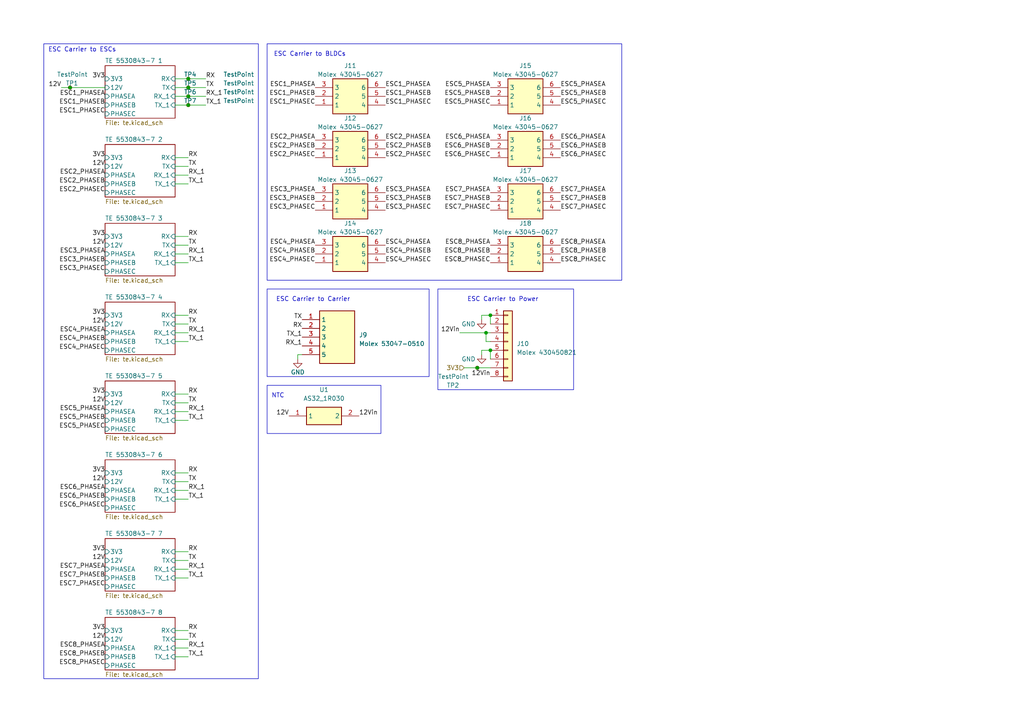
<source format=kicad_sch>
(kicad_sch (version 20230409) (generator eeschema)
  (paper "A4")
  (title_block (title "MUREX ESC Carrier Board") (date "2023-07-20") (rev "V1.0") (comment 1 "MUREX Robotics [Celine Zhang]") (comment 2 "//DREAM BIG. DREAM MUREX.") (comment 3 "in the event of a speed controller failure.") (comment 4 "The MUREX ESC Carrier board is designed for rapid replacement of components"))
  (lib_symbols
    (symbol "43045-0627:43045-0627"
      (property "Reference" "J" (at 16.51 7.62 0))
      (property "Value" "43045-0627" (at 16.51 5.08 0))
      (symbol "43045-0627_1_1"
        (rectangle (start 5.08 2.54) (end 15.24 -7.62) (stroke (width 0.254)) (fill (type background)))
        (pin passive line (at 0 -5.08 0) (length 5.08) (name "1") (number "1"))
        (pin passive line (at 0 -2.54 0) (length 5.08) (name "2") (number "2"))
        (pin passive line (at 0 0 0) (length 5.08) (name "3") (number "3"))
        (pin passive line (at 20.32 -5.08 180) (length 5.08) (name "4") (number "4"))
        (pin passive line (at 20.32 -2.54 180) (length 5.08) (name "5") (number "5"))
        (pin passive line (at 20.32 0 180) (length 5.08) (name "6") (number "6"))
      )
    )
    (symbol "53047-0510:53047-0510"
      (property "Reference" "J" (at 16.51 7.62 0))
      (property "Value" "53047-0510" (at 16.51 5.08 0))
      (symbol "53047-0510_1_1"
        (rectangle (start 5.08 2.54) (end 15.24 -12.7) (stroke (width 0.254)) (fill (type background)))
        (pin passive line (at 0 0 0) (length 5.08) (name "1") (number "1"))
        (pin passive line (at 0 -2.54 0) (length 5.08) (name "2") (number "2"))
        (pin passive line (at 0 -5.08 0) (length 5.08) (name "3") (number "3"))
        (pin passive line (at 0 -7.62 0) (length 5.08) (name "4") (number "4"))
        (pin passive line (at 0 -10.16 0) (length 5.08) (name "5") (number "5"))
      )
    )
    (symbol "AS32_1R030:AS32_1R030"
      (property "Reference" "U" (at 16.51 7.62 0))
      (property "Value" "AS32_1R030" (at 16.51 5.08 0))
      (symbol "AS32_1R030_1_1"
        (rectangle (start 5.08 2.54) (end 15.24 -2.54) (stroke (width 0.254)) (fill (type background)))
        (pin passive line (at 0 0 0) (length 5.08) (name "1") (number "1"))
        (pin passive line (at 20.32 0 180) (length 5.08) (name "2") (number "2"))
      )
    )
    (symbol "Connector:TestPoint_Small" (pin_numbers hide) (pin_names (offset 0.762) hide)
      (property "Reference" "TP" (at 0 3.81 0))
      (property "Value" "TestPoint_Small" (at 0 2.032 0))
      (symbol "TestPoint_Small_0_1"
        (circle (center 0 0) (radius 0.508))
      )
      (symbol "TestPoint_Small_1_1"
        (pin passive line (at 0 0 90) (length 0) (name "1") (number "1"))
      )
    )
    (symbol "Connector_Generic:Conn_01x08" (pin_names (offset 1.016) hide)
      (property "Reference" "J" (at 0 10.16 0))
      (property "Value" "Conn_01x08" (at 0 -12.7 0))
      (symbol "Conn_01x08_1_1"
        (rectangle (start -1.27 -10.033) (end 0 -10.287) (stroke (width 0.1524)))
        (rectangle (start -1.27 -7.493) (end 0 -7.747) (stroke (width 0.1524)))
        (rectangle (start -1.27 -4.953) (end 0 -5.207) (stroke (width 0.1524)))
        (rectangle (start -1.27 -2.413) (end 0 -2.667) (stroke (width 0.1524)))
        (rectangle (start -1.27 0.127) (end 0 -0.127) (stroke (width 0.1524)))
        (rectangle (start -1.27 2.667) (end 0 2.413) (stroke (width 0.1524)))
        (rectangle (start -1.27 5.207) (end 0 4.953) (stroke (width 0.1524)))
        (rectangle (start -1.27 7.747) (end 0 7.493) (stroke (width 0.1524)))
        (rectangle (start -1.27 8.89) (end 1.27 -11.43) (stroke (width 0.254)) (fill (type background)))
        (pin passive line (at -5.08 7.62 0) (length 3.81) (name "Pin_1") (number "1"))
        (pin passive line (at -5.08 5.08 0) (length 3.81) (name "Pin_2") (number "2"))
        (pin passive line (at -5.08 2.54 0) (length 3.81) (name "Pin_3") (number "3"))
        (pin passive line (at -5.08 0 0) (length 3.81) (name "Pin_4") (number "4"))
        (pin passive line (at -5.08 -2.54 0) (length 3.81) (name "Pin_5") (number "5"))
        (pin passive line (at -5.08 -5.08 0) (length 3.81) (name "Pin_6") (number "6"))
        (pin passive line (at -5.08 -7.62 0) (length 3.81) (name "Pin_7") (number "7"))
        (pin passive line (at -5.08 -10.16 0) (length 3.81) (name "Pin_8") (number "8"))
      )
    )
    (symbol "power:GND" (power) (pin_names (offset 0))
      (property "Value" "GND" (at 0 -3.81 0))
      (symbol "GND_0_1"
        (polyline (pts (xy 0 0) (xy 0 -1.27) (xy 1.27 -1.27) (xy 0 -2.54) (xy -1.27 -1.27) (xy 0 -1.27)))
      )
      (symbol "GND_1_1"
        (pin power_in line (at 0 0 270) (length 0) hide (name "GND") (number "1"))
      )
    )
  )
  (junction (at 142.24 101.6))
  (junction (at 20.32 25.4))
  (junction (at 142.24 91.44))
  (junction (at 54.61 27.94))
  (junction (at 138.43 106.68))
  (junction (at 54.61 30.48))
  (junction (at 54.61 22.86))
  (junction (at 140.97 96.52))
  (junction (at 54.61 25.4))
  (wire (pts (xy 50.8 68.58) (xy 54.61 68.58)))
  (wire (pts (xy 50.8 139.7) (xy 54.61 139.7)))
  (wire (pts (xy 54.61 25.4) (xy 59.69 25.4)))
  (wire (pts (xy 50.8 27.94) (xy 54.61 27.94)))
  (wire (pts (xy 54.61 27.94) (xy 59.69 27.94)))
  (wire (pts (xy 142.24 96.52) (xy 140.97 96.52)))
  (wire (pts (xy 138.43 106.68) (xy 142.24 106.68)))
  (wire (pts (xy 140.97 99.06) (xy 142.24 99.06)))
  (wire (pts (xy 50.8 182.88) (xy 54.61 182.88)))
  (wire (pts (xy 50.8 187.96) (xy 54.61 187.96)))
  (wire (pts (xy 50.8 190.5) (xy 54.61 190.5)))
  (wire (pts (xy 20.32 25.4) (xy 30.48 25.4)))
  (wire (pts (xy 50.8 142.24) (xy 54.61 142.24)))
  (wire (pts (xy 142.24 101.6) (xy 142.24 104.14)))
  (wire (pts (xy 142.24 101.6) (xy 139.7 101.6)))
  (wire (pts (xy 50.8 93.98) (xy 54.61 93.98)))
  (wire (pts (xy 139.7 91.44) (xy 139.7 92.71)))
  (wire (pts (xy 50.8 116.84) (xy 54.61 116.84)))
  (wire (pts (xy 50.8 25.4) (xy 54.61 25.4)))
  (wire (pts (xy 50.8 53.34) (xy 54.61 53.34)))
  (wire (pts (xy 50.8 144.78) (xy 54.61 144.78)))
  (wire (pts (xy 54.61 22.86) (xy 59.69 22.86)))
  (wire (pts (xy 50.8 114.3) (xy 54.61 114.3)))
  (wire (pts (xy 50.8 48.26) (xy 54.61 48.26)))
  (wire (pts (xy 50.8 137.16) (xy 54.61 137.16)))
  (wire (pts (xy 50.8 22.86) (xy 54.61 22.86)))
  (wire (pts (xy 17.78 25.4) (xy 20.32 25.4)))
  (wire (pts (xy 50.8 165.1) (xy 54.61 165.1)))
  (wire (pts (xy 142.24 91.44) (xy 139.7 91.44)))
  (wire (pts (xy 50.8 99.06) (xy 54.61 99.06)))
  (wire (pts (xy 139.7 101.6) (xy 139.7 102.87)))
  (wire (pts (xy 50.8 50.8) (xy 54.61 50.8)))
  (wire (pts (xy 142.24 91.44) (xy 142.24 93.98)))
  (wire (pts (xy 50.8 162.56) (xy 54.61 162.56)))
  (wire (pts (xy 50.8 167.64) (xy 54.61 167.64)))
  (wire (pts (xy 50.8 71.12) (xy 54.61 71.12)))
  (wire (pts (xy 54.61 30.48) (xy 59.69 30.48)))
  (wire (pts (xy 87.63 102.87) (xy 86.36 102.87)))
  (wire (pts (xy 50.8 30.48) (xy 54.61 30.48)))
  (wire (pts (xy 50.8 121.92) (xy 54.61 121.92)))
  (wire (pts (xy 50.8 185.42) (xy 54.61 185.42)))
  (wire (pts (xy 134.62 106.68) (xy 138.43 106.68)))
  (wire (pts (xy 86.36 102.87) (xy 86.36 104.14)))
  (wire (pts (xy 50.8 119.38) (xy 54.61 119.38)))
  (wire (pts (xy 50.8 91.44) (xy 54.61 91.44)))
  (wire (pts (xy 50.8 76.2) (xy 54.61 76.2)))
  (wire (pts (xy 50.8 160.02) (xy 54.61 160.02)))
  (wire (pts (xy 50.8 73.66) (xy 54.61 73.66)))
  (wire (pts (xy 140.97 96.52) (xy 140.97 99.06)))
  (wire (pts (xy 50.8 45.72) (xy 54.61 45.72)))
  (wire (pts (xy 133.35 96.52) (xy 140.97 96.52)))
  (wire (pts (xy 50.8 96.52) (xy 54.61 96.52)))
  (rectangle (start 77.47 12.7) (end 180.34 81.28))
  (rectangle (start 77.47 111.76) (end 110.49 125.73))
  (rectangle (start 127 83.82) (end 166.37 113.03))
  (rectangle (start 77.47 83.82) (end 124.46 109.22))
  (rectangle (start 12.7 12.7) (end 74.93 196.85))
  (text "ESC Carrier to Carrier\n" (at 101.6 87.63 0) (effects (font (size 1.27 1.27)) (justify right bottom)))
  (text "ESC Carrier to ESCs" (at 13.97 15.24 0) (effects (font (size 1.27 1.27)) (justify left bottom)))
  (text "NTC" (at 78.74 115.57 0) (effects (font (size 1.27 1.27)) (justify left bottom)))
  (text "ESC Carrier to BLDCs" (at 100.33 16.51 0) (effects (font (size 1.27 1.27)) (justify right bottom)))
  (text "ESC Carrier to Power" (at 156.21 87.63 0) (effects (font (size 1.27 1.27)) (justify right bottom)))
  (label "TX_1" (at 54.61 53.34 0))
  (label "12Vin" (at 142.24 109.22 180))
  (label "ESC6_PHASEA" (at 162.56 40.64 0))
  (label "ESC2_PHASEB" (at 111.76 43.18 0))
  (label "3V3" (at 30.48 91.44 180))
  (label "12V" (at 30.48 139.7 180))
  (label "ESC8_PHASEA" (at 142.24 71.12 180))
  (label "3V3" (at 30.48 22.86 180))
  (label "TX" (at 54.61 93.98 0))
  (label "12V" (at 83.82 120.65 180))
  (label "TX_1" (at 54.61 190.5 0))
  (label "ESC7_PHASEB" (at 142.24 58.42 180))
  (label "ESC2_PHASEB" (at 30.48 53.34 180))
  (label "ESC3_PHASEB" (at 91.44 58.42 180))
  (label "ESC2_PHASEC" (at 111.76 45.72 0))
  (label "ESC6_PHASEB" (at 142.24 43.18 180))
  (label "ESC8_PHASEB" (at 30.48 190.5 180))
  (label "RX" (at 54.61 160.02 0))
  (label "ESC1_PHASEC" (at 30.48 33.02 180))
  (label "RX_1" (at 59.69 27.94 0))
  (label "ESC8_PHASEC" (at 162.56 76.2 0))
  (label "RX_1" (at 54.61 73.66 0))
  (label "12V" (at 30.48 116.84 180))
  (label "ESC1_PHASEA" (at 111.76 25.4 0))
  (label "ESC2_PHASEA" (at 111.76 40.64 0))
  (label "TX" (at 87.63 92.71 180))
  (label "TX_1" (at 54.61 167.64 0))
  (label "ESC2_PHASEC" (at 30.48 55.88 180))
  (label "RX_1" (at 54.61 142.24 0))
  (label "ESC5_PHASEC" (at 142.24 30.48 180))
  (label "ESC3_PHASEC" (at 91.44 60.96 180))
  (label "ESC6_PHASEA" (at 142.24 40.64 180))
  (label "ESC2_PHASEB" (at 91.44 43.18 180))
  (label "3V3" (at 30.48 114.3 180))
  (label "ESC1_PHASEB" (at 30.48 30.48 180))
  (label "ESC6_PHASEC" (at 162.56 45.72 0))
  (label "TX_1" (at 54.61 121.92 0))
  (label "3V3" (at 30.48 137.16 180))
  (label "ESC3_PHASEB" (at 111.76 58.42 0))
  (label "ESC5_PHASEB" (at 30.48 121.92 180))
  (label "TX_1" (at 87.63 97.79 180))
  (label "RX" (at 59.69 22.86 0))
  (label "ESC8_PHASEA" (at 30.48 187.96 180))
  (label "TX" (at 59.69 25.4 0))
  (label "RX_1" (at 54.61 50.8 0))
  (label "ESC8_PHASEA" (at 162.56 71.12 0))
  (label "12Vin" (at 133.35 96.52 180))
  (label "12V" (at 30.48 185.42 180))
  (label "ESC5_PHASEA" (at 162.56 25.4 0))
  (label "ESC4_PHASEC" (at 91.44 76.2 180))
  (label "RX" (at 54.61 182.88 0))
  (label "ESC6_PHASEB" (at 30.48 144.78 180))
  (label "ESC4_PHASEA" (at 30.48 96.52 180))
  (label "ESC1_PHASEB" (at 111.76 27.94 0))
  (label "ESC3_PHASEA" (at 30.48 73.66 180))
  (label "ESC5_PHASEA" (at 30.48 119.38 180))
  (label "ESC5_PHASEA" (at 142.24 25.4 180))
  (label "ESC1_PHASEA" (at 30.48 27.94 180))
  (label "ESC1_PHASEC" (at 111.76 30.48 0))
  (label "ESC6_PHASEC" (at 142.24 45.72 180))
  (label "3V3" (at 30.48 160.02 180))
  (label "ESC4_PHASEB" (at 111.76 73.66 0))
  (label "ESC6_PHASEC" (at 30.48 147.32 180))
  (label "TX_1" (at 59.69 30.48 0))
  (label "ESC5_PHASEB" (at 162.56 27.94 0))
  (label "ESC8_PHASEB" (at 162.56 73.66 0))
  (label "ESC4_PHASEC" (at 111.76 76.2 0))
  (label "ESC2_PHASEA" (at 30.48 50.8 180))
  (label "ESC3_PHASEB" (at 30.48 76.2 180))
  (label "3V3" (at 30.48 182.88 180))
  (label "ESC3_PHASEA" (at 91.44 55.88 180))
  (label "ESC7_PHASEB" (at 162.56 58.42 0))
  (label "ESC5_PHASEB" (at 142.24 27.94 180))
  (label "TX" (at 54.61 116.84 0))
  (label "RX" (at 54.61 68.58 0))
  (label "ESC4_PHASEA" (at 91.44 71.12 180))
  (label "ESC7_PHASEC" (at 162.56 60.96 0))
  (label "ESC6_PHASEA" (at 30.48 142.24 180))
  (label "ESC1_PHASEB" (at 91.44 27.94 180))
  (label "ESC5_PHASEC" (at 162.56 30.48 0))
  (label "TX" (at 54.61 71.12 0))
  (label "TX_1" (at 54.61 144.78 0))
  (label "ESC1_PHASEA" (at 91.44 25.4 180))
  (label "TX_1" (at 54.61 99.06 0))
  (label "ESC7_PHASEC" (at 142.24 60.96 180))
  (label "3V3" (at 30.48 68.58 180))
  (label "ESC8_PHASEC" (at 142.24 76.2 180))
  (label "ESC4_PHASEC" (at 30.48 101.6 180))
  (label "RX" (at 54.61 45.72 0))
  (label "ESC7_PHASEC" (at 30.48 170.18 180))
  (label "12V" (at 30.48 93.98 180))
  (label "ESC1_PHASEC" (at 91.44 30.48 180))
  (label "ESC4_PHASEB" (at 91.44 73.66 180))
  (label "RX" (at 54.61 114.3 0))
  (label "ESC8_PHASEB" (at 142.24 73.66 180))
  (label "TX" (at 54.61 48.26 0))
  (label "12V" (at 30.48 71.12 180))
  (label "12V" (at 30.48 48.26 180))
  (label "RX_1" (at 54.61 165.1 0))
  (label "ESC3_PHASEC" (at 30.48 78.74 180))
  (label "TX" (at 54.61 139.7 0))
  (label "RX_1" (at 54.61 119.38 0))
  (label "3V3" (at 30.48 45.72 180))
  (label "RX_1" (at 87.63 100.33 180))
  (label "ESC7_PHASEB" (at 30.48 167.64 180))
  (label "TX" (at 54.61 185.42 0))
  (label "RX" (at 54.61 137.16 0))
  (label "12V" (at 17.78 25.4 180))
  (label "12V" (at 30.48 162.56 180))
  (label "ESC7_PHASEA" (at 142.24 55.88 180))
  (label "RX_1" (at 54.61 96.52 0))
  (label "TX_1" (at 54.61 76.2 0))
  (label "RX_1" (at 54.61 187.96 0))
  (label "ESC8_PHASEC" (at 30.48 193.04 180))
  (label "ESC3_PHASEA" (at 111.76 55.88 0))
  (label "ESC4_PHASEA" (at 111.76 71.12 0))
  (label "ESC7_PHASEA" (at 30.48 165.1 180))
  (label "ESC3_PHASEC" (at 111.76 60.96 0))
  (label "ESC2_PHASEA" (at 91.44 40.64 180))
  (label "RX" (at 87.63 95.25 180))
  (label "TX" (at 54.61 162.56 0))
  (label "ESC4_PHASEB" (at 30.48 99.06 180))
  (label "ESC6_PHASEB" (at 162.56 43.18 0))
  (label "ESC5_PHASEC" (at 30.48 124.46 180))
  (label "RX" (at 54.61 91.44 0))
  (label "12Vin" (at 104.14 120.65 0))
  (label "ESC2_PHASEC" (at 91.44 45.72 180))
  (label "ESC7_PHASEA" (at 162.56 55.88 0))
  (hierarchical_label "3V3" (shape input) (at 134.62 106.68 180))
  (symbol (lib_id "43045-0627:43045-0627") (at 91.44 55.88 0) (unit 1)
    (property "Reference" "J13" (at 101.6 49.53 0))
    (property "Value" "Molex 43045-0627" (at 101.6 52.07 0))
    (property "Footprint" "430450627:43045-06YY_272829" (effects hide))
    (property "Datasheet" "https://www.molex.com/pdm_docs/sd/430450227_sd.pdf" (effects hide))
    (property "Height" "9.91" (effects hide))
    (property "Manufacturer_Name" "Molex" (effects hide))
    (property "Manufacturer_Part_Number" "43045-0627" (effects hide))
    (property "Mouser Part Number" "538-43045-0627" (effects hide))
    (property "Mouser Price/Stock" "https://www.mouser.co.uk/ProductDetail/Molex/43045-0627?qs=pWIReIhcJCQaGZnxO2uFjA%3D%3D" (effects hide))
  )
  (symbol (lib_id "43045-0627:43045-0627") (at 142.24 55.88 0) (unit 1)
    (property "Reference" "J17" (at 152.4 49.53 0))
    (property "Value" "Molex 43045-0627" (at 152.4 52.07 0))
    (property "Footprint" "430450627:43045-06YY_272829" (effects hide))
    (property "Datasheet" "https://www.molex.com/pdm_docs/sd/430450227_sd.pdf" (effects hide))
    (property "Height" "9.91" (effects hide))
    (property "Manufacturer_Name" "Molex" (effects hide))
    (property "Manufacturer_Part_Number" "43045-0627" (effects hide))
    (property "Mouser Part Number" "538-43045-0627" (effects hide))
    (property "Mouser Price/Stock" "https://www.mouser.co.uk/ProductDetail/Molex/43045-0627?qs=pWIReIhcJCQaGZnxO2uFjA%3D%3D" (effects hide))
  )
  (symbol (lib_id "power:GND") (at 139.7 92.71 0) (unit 1)
    (property "Reference" "#PWR01" (effects hide))
    (property "Value" "GND" (at 135.89 93.98 0))
  )
  (symbol (lib_id "53047-0510:53047-0510") (at 87.63 92.71 0) (unit 1)
    (property "Reference" "J9" (at 104.14 97.155 0) (effects (justify left)))
    (property "Value" "Molex 53047-0510" (at 104.14 99.695 0) (effects (justify left)))
    (property "Footprint" "530470510:SHDR5W27P0X125_1X5_800X320X440P" (effects hide))
    (property "Datasheet" "https://www.molex.com/pdm_docs/sd/530470510_sd.pdf" (effects hide))
    (property "Height" "4.4" (effects hide))
    (property "Manufacturer_Name" "Molex" (effects hide))
    (property "Manufacturer_Part_Number" "53047-0510" (effects hide))
    (property "Mouser Part Number" "538-53047-0510" (effects hide))
    (property "Mouser Price/Stock" "https://www.mouser.co.uk/ProductDetail/Molex/53047-0510?qs=KC2ywxza1koXSHAr3dqR%2FQ%3D%3D" (effects hide))
    (property "Arrow Part Number" "53047-0510" (effects hide))
    (property "Arrow Price/Stock" "https://www.arrow.com/en/products/53047-0510/molex?region=nac" (effects hide))
  )
  (symbol (lib_id "Connector:TestPoint_Small") (at 138.43 106.68 0) (unit 1)
    (property "Reference" "TP2" (at 129.54 111.76 0) (effects (justify left)))
    (property "Value" "TestPoint" (at 127 109.22 0) (effects (justify left)))
    (property "Footprint" "TestPoint:TestPoint_Pad_D2.0mm" (effects hide))
  )
  (symbol (lib_id "Connector:TestPoint_Small") (at 54.61 22.86 0) (unit 1)
    (property "Reference" "TP4" (at 53.34 21.59 0) (effects (justify left)))
    (property "Value" "TestPoint" (at 64.77 21.59 0) (effects (justify left)))
    (property "Footprint" "TestPoint:TestPoint_Pad_D2.0mm" (effects hide))
  )
  (symbol (lib_id "Connector:TestPoint_Small") (at 54.61 27.94 0) (unit 1)
    (property "Reference" "TP6" (at 53.34 26.67 0) (effects (justify left)))
    (property "Value" "TestPoint" (at 64.77 26.67 0) (effects (justify left)))
    (property "Footprint" "TestPoint:TestPoint_Pad_D2.0mm" (effects hide))
  )
  (symbol (lib_id "Connector_Generic:Conn_01x08") (at 147.32 99.06 0) (unit 1)
    (property "Reference" "J10" (at 149.86 99.695 0) (effects (justify left)))
    (property "Value" "Molex 430450821" (at 149.86 102.235 0) (effects (justify left)))
    (property "Footprint" "Power:CON_430450821_MOL" (effects hide))
  )
  (symbol (lib_id "43045-0627:43045-0627") (at 142.24 71.12 0) (unit 1)
    (property "Reference" "J18" (at 152.4 64.77 0))
    (property "Value" "Molex 43045-0627" (at 152.4 67.31 0))
    (property "Footprint" "430450627:43045-06YY_272829" (effects hide))
    (property "Datasheet" "https://www.molex.com/pdm_docs/sd/430450227_sd.pdf" (effects hide))
    (property "Height" "9.91" (effects hide))
    (property "Manufacturer_Name" "Molex" (effects hide))
    (property "Manufacturer_Part_Number" "43045-0627" (effects hide))
    (property "Mouser Part Number" "538-43045-0627" (effects hide))
    (property "Mouser Price/Stock" "https://www.mouser.co.uk/ProductDetail/Molex/43045-0627?qs=pWIReIhcJCQaGZnxO2uFjA%3D%3D" (effects hide))
  )
  (symbol (lib_id "43045-0627:43045-0627") (at 91.44 40.64 0) (unit 1)
    (property "Reference" "J12" (at 101.6 34.29 0))
    (property "Value" "Molex 43045-0627" (at 101.6 36.83 0))
    (property "Footprint" "430450627:43045-06YY_272829" (effects hide))
    (property "Datasheet" "https://www.molex.com/pdm_docs/sd/430450227_sd.pdf" (effects hide))
    (property "Height" "9.91" (effects hide))
    (property "Manufacturer_Name" "Molex" (effects hide))
    (property "Manufacturer_Part_Number" "43045-0627" (effects hide))
    (property "Mouser Part Number" "538-43045-0627" (effects hide))
    (property "Mouser Price/Stock" "https://www.mouser.co.uk/ProductDetail/Molex/43045-0627?qs=pWIReIhcJCQaGZnxO2uFjA%3D%3D" (effects hide))
  )
  (symbol (lib_id "AS32_1R030:AS32_1R030") (at 83.82 120.65 0) (unit 1)
    (property "Reference" "U1" (at 93.98 113.03 0))
    (property "Value" "AS32_1R030" (at 93.98 115.57 0))
    (property "Footprint" "AS321R030" (effects hide))
    (property "Datasheet" "https://www.ametherm.com/datasheets/as321r030.html" (effects hide))
    (property "Height" "30" (effects hide))
    (property "Manufacturer_Name" "AMETHERM" (effects hide))
    (property "Manufacturer_Part_Number" "AS32 1R030" (effects hide))
    (property "Mouser Part Number" "995-AS32-1R030" (effects hide))
    (property "Mouser Price/Stock" "https://www.mouser.co.uk/ProductDetail/Ametherm/AS32-1R030?qs=PVyXUKBeRH36hEJbGSKXOw%3D%3D" (effects hide))
  )
  (symbol (lib_id "43045-0627:43045-0627") (at 91.44 71.12 0) (unit 1)
    (property "Reference" "J14" (at 101.6 64.77 0))
    (property "Value" "Molex 43045-0627" (at 101.6 67.31 0))
    (property "Footprint" "430450627:43045-06YY_272829" (effects hide))
    (property "Datasheet" "https://www.molex.com/pdm_docs/sd/430450227_sd.pdf" (effects hide))
    (property "Height" "9.91" (effects hide))
    (property "Manufacturer_Name" "Molex" (effects hide))
    (property "Manufacturer_Part_Number" "43045-0627" (effects hide))
    (property "Mouser Part Number" "538-43045-0627" (effects hide))
    (property "Mouser Price/Stock" "https://www.mouser.co.uk/ProductDetail/Molex/43045-0627?qs=pWIReIhcJCQaGZnxO2uFjA%3D%3D" (effects hide))
  )
  (symbol (lib_id "power:GND") (at 86.36 104.14 0) (unit 1)
    (property "Reference" "#PWR08" (effects hide))
    (property "Value" "GND" (at 86.36 107.95 0))
  )
  (symbol (lib_id "power:GND") (at 139.7 102.87 0) (unit 1)
    (property "Reference" "#PWR02" (effects hide))
    (property "Value" "GND" (at 135.89 104.14 0))
  )
  (symbol (lib_id "Connector:TestPoint_Small") (at 54.61 30.48 0) (unit 1)
    (property "Reference" "TP7" (at 53.34 29.21 0) (effects (justify left)))
    (property "Value" "TestPoint" (at 64.77 29.21 0) (effects (justify left)))
    (property "Footprint" "TestPoint:TestPoint_Pad_D2.0mm" (effects hide))
  )
  (symbol (lib_id "Connector:TestPoint_Small") (at 54.61 25.4 0) (unit 1)
    (property "Reference" "TP5" (at 53.34 24.13 0) (effects (justify left)))
    (property "Value" "TestPoint" (at 64.77 24.13 0) (effects (justify left)))
    (property "Footprint" "TestPoint:TestPoint_Pad_D2.0mm" (effects hide))
  )
  (symbol (lib_id "43045-0627:43045-0627") (at 142.24 25.4 0) (unit 1)
    (property "Reference" "J15" (at 152.4 19.05 0))
    (property "Value" "Molex 43045-0627" (at 152.4 21.59 0))
    (property "Footprint" "430450627:43045-06YY_272829" (effects hide))
    (property "Datasheet" "https://www.molex.com/pdm_docs/sd/430450227_sd.pdf" (effects hide))
    (property "Height" "9.91" (effects hide))
    (property "Manufacturer_Name" "Molex" (effects hide))
    (property "Manufacturer_Part_Number" "43045-0627" (effects hide))
    (property "Mouser Part Number" "538-43045-0627" (effects hide))
    (property "Mouser Price/Stock" "https://www.mouser.co.uk/ProductDetail/Molex/43045-0627?qs=pWIReIhcJCQaGZnxO2uFjA%3D%3D" (effects hide))
  )
  (symbol (lib_id "43045-0627:43045-0627") (at 91.44 25.4 0) (unit 1)
    (property "Reference" "J11" (at 101.6 19.05 0))
    (property "Value" "Molex 43045-0627" (at 101.6 21.59 0))
    (property "Footprint" "430450627:43045-06YY_272829" (effects hide))
    (property "Datasheet" "https://www.molex.com/pdm_docs/sd/430450227_sd.pdf" (effects hide))
    (property "Height" "9.91" (effects hide))
    (property "Manufacturer_Name" "Molex" (effects hide))
    (property "Manufacturer_Part_Number" "43045-0627" (effects hide))
    (property "Mouser Part Number" "538-43045-0627" (effects hide))
    (property "Mouser Price/Stock" "https://www.mouser.co.uk/ProductDetail/Molex/43045-0627?qs=pWIReIhcJCQaGZnxO2uFjA%3D%3D" (effects hide))
  )
  (symbol (lib_id "43045-0627:43045-0627") (at 142.24 40.64 0) (unit 1)
    (property "Reference" "J16" (at 152.4 34.29 0))
    (property "Value" "Molex 43045-0627" (at 152.4 36.83 0))
    (property "Footprint" "430450627:43045-06YY_272829" (effects hide))
    (property "Datasheet" "https://www.molex.com/pdm_docs/sd/430450227_sd.pdf" (effects hide))
    (property "Height" "9.91" (effects hide))
    (property "Manufacturer_Name" "Molex" (effects hide))
    (property "Manufacturer_Part_Number" "43045-0627" (effects hide))
    (property "Mouser Part Number" "538-43045-0627" (effects hide))
    (property "Mouser Price/Stock" "https://www.mouser.co.uk/ProductDetail/Molex/43045-0627?qs=pWIReIhcJCQaGZnxO2uFjA%3D%3D" (effects hide))
  )
  (symbol (lib_id "Connector:TestPoint_Small") (at 20.32 25.4 0) (unit 1)
    (property "Reference" "TP1" (at 19.05 24.13 0) (effects (justify left)))
    (property "Value" "TestPoint" (at 16.51 21.59 0) (effects (justify left)))
    (property "Footprint" "TestPoint:TestPoint_Pad_D2.0mm" (effects hide))
  )
  (sheet (at 30.48 179.07) (size 20.32 15.24) (stroke (width 0.1524))
    (property "Sheetname" "TE 5530843-7 8" (at 30.48 178.3584 0) (effects (justify left bottom)))
    (property "Sheetfile" "te.kicad_sch" (at 30.48 194.8946 0) (effects (justify left top)))
    (pin "3V3" input (at 30.48 182.88 180))
    (pin "12V" input (at 30.48 185.42 180))
    (pin "TX_1" input (at 50.8 190.5 0))
    (pin "RX_1" input (at 50.8 187.96 0))
    (pin "RX" input (at 50.8 182.88 0))
    (pin "TX" input (at 50.8 185.42 0))
    (pin "PHASEA" input (at 30.48 187.96 180))
    (pin "PHASEB" input (at 30.48 190.5 180))
    (pin "PHASEC" input (at 30.48 193.04 180))
  )
  (sheet (at 30.48 19.05) (size 20.32 15.24) (stroke (width 0.1524))
    (property "Sheetname" "TE 5530843-7 1" (at 30.48 18.3384 0) (effects (justify left bottom)))
    (property "Sheetfile" "te.kicad_sch" (at 30.48 34.8746 0) (effects (justify left top)))
    (pin "3V3" input (at 30.48 22.86 180))
    (pin "12V" input (at 30.48 25.4 180))
    (pin "TX_1" input (at 50.8 30.48 0))
    (pin "RX_1" input (at 50.8 27.94 0))
    (pin "RX" input (at 50.8 22.86 0))
    (pin "TX" input (at 50.8 25.4 0))
    (pin "PHASEA" input (at 30.48 27.94 180))
    (pin "PHASEB" input (at 30.48 30.48 180))
    (pin "PHASEC" input (at 30.48 33.02 180))
  )
  (sheet (at 30.48 133.35) (size 20.32 15.24) (stroke (width 0.1524))
    (property "Sheetname" "TE 5530843-7 6" (at 30.48 132.6384 0) (effects (justify left bottom)))
    (property "Sheetfile" "te.kicad_sch" (at 30.48 149.1746 0) (effects (justify left top)))
    (pin "3V3" input (at 30.48 137.16 180))
    (pin "12V" input (at 30.48 139.7 180))
    (pin "TX_1" input (at 50.8 144.78 0))
    (pin "RX_1" input (at 50.8 142.24 0))
    (pin "RX" input (at 50.8 137.16 0))
    (pin "TX" input (at 50.8 139.7 0))
    (pin "PHASEA" input (at 30.48 142.24 180))
    (pin "PHASEB" input (at 30.48 144.78 180))
    (pin "PHASEC" input (at 30.48 147.32 180))
  )
  (sheet (at 30.48 87.63) (size 20.32 15.24) (stroke (width 0.1524))
    (property "Sheetname" "TE 5530843-7 4" (at 30.48 86.9184 0) (effects (justify left bottom)))
    (property "Sheetfile" "te.kicad_sch" (at 30.48 103.4546 0) (effects (justify left top)))
    (pin "3V3" input (at 30.48 91.44 180))
    (pin "12V" input (at 30.48 93.98 180))
    (pin "TX_1" input (at 50.8 99.06 0))
    (pin "RX_1" input (at 50.8 96.52 0))
    (pin "RX" input (at 50.8 91.44 0))
    (pin "TX" input (at 50.8 93.98 0))
    (pin "PHASEA" input (at 30.48 96.52 180))
    (pin "PHASEB" input (at 30.48 99.06 180))
    (pin "PHASEC" input (at 30.48 101.6 180))
  )
  (sheet (at 30.48 110.49) (size 20.32 15.24) (stroke (width 0.1524))
    (property "Sheetname" "TE 5530843-7 5" (at 30.48 109.7784 0) (effects (justify left bottom)))
    (property "Sheetfile" "te.kicad_sch" (at 30.48 126.3146 0) (effects (justify left top)))
    (pin "3V3" input (at 30.48 114.3 180))
    (pin "12V" input (at 30.48 116.84 180))
    (pin "TX_1" input (at 50.8 121.92 0))
    (pin "RX_1" input (at 50.8 119.38 0))
    (pin "RX" input (at 50.8 114.3 0))
    (pin "TX" input (at 50.8 116.84 0))
    (pin "PHASEA" input (at 30.48 119.38 180))
    (pin "PHASEB" input (at 30.48 121.92 180))
    (pin "PHASEC" input (at 30.48 124.46 180))
  )
  (sheet (at 30.48 156.21) (size 20.32 15.24) (stroke (width 0.1524))
    (property "Sheetname" "TE 5530843-7 7" (at 30.48 155.4984 0) (effects (justify left bottom)))
    (property "Sheetfile" "te.kicad_sch" (at 30.48 172.0346 0) (effects (justify left top)))
    (pin "3V3" input (at 30.48 160.02 180))
    (pin "12V" input (at 30.48 162.56 180))
    (pin "TX_1" input (at 50.8 167.64 0))
    (pin "RX_1" input (at 50.8 165.1 0))
    (pin "RX" input (at 50.8 160.02 0))
    (pin "TX" input (at 50.8 162.56 0))
    (pin "PHASEA" input (at 30.48 165.1 180))
    (pin "PHASEB" input (at 30.48 167.64 180))
    (pin "PHASEC" input (at 30.48 170.18 180))
  )
  (sheet (at 30.48 41.91) (size 20.32 15.24) (stroke (width 0.1524))
    (property "Sheetname" "TE 5530843-7 2" (at 30.48 41.1984 0) (effects (justify left bottom)))
    (property "Sheetfile" "te.kicad_sch" (at 30.48 57.7346 0) (effects (justify left top)))
    (pin "3V3" input (at 30.48 45.72 180))
    (pin "12V" input (at 30.48 48.26 180))
    (pin "TX_1" input (at 50.8 53.34 0))
    (pin "RX_1" input (at 50.8 50.8 0))
    (pin "RX" input (at 50.8 45.72 0))
    (pin "TX" input (at 50.8 48.26 0))
    (pin "PHASEA" input (at 30.48 50.8 180))
    (pin "PHASEB" input (at 30.48 53.34 180))
    (pin "PHASEC" input (at 30.48 55.88 180))
  )
  (sheet (at 30.48 64.77) (size 20.32 15.24) (stroke (width 0.1524))
    (property "Sheetname" "TE 5530843-7 3" (at 30.48 64.0584 0) (effects (justify left bottom)))
    (property "Sheetfile" "te.kicad_sch" (at 30.48 80.5946 0) (effects (justify left top)))
    (pin "3V3" input (at 30.48 68.58 180))
    (pin "12V" input (at 30.48 71.12 180))
    (pin "TX_1" input (at 50.8 76.2 0))
    (pin "RX_1" input (at 50.8 73.66 0))
    (pin "RX" input (at 50.8 68.58 0))
    (pin "TX" input (at 50.8 71.12 0))
    (pin "PHASEA" input (at 30.48 73.66 180))
    (pin "PHASEB" input (at 30.48 76.2 180))
    (pin "PHASEC" input (at 30.48 78.74 180))
  )
)
</source>
